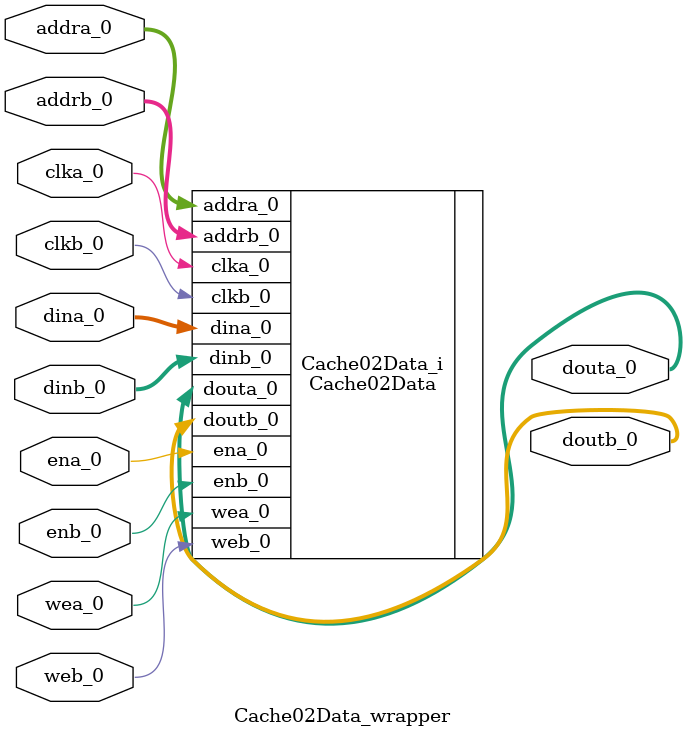
<source format=v>
`timescale 1 ps / 1 ps

module Cache02Data_wrapper
   (addra_0,
    addrb_0,
    clka_0,
    clkb_0,
    dina_0,
    dinb_0,
    douta_0,
    doutb_0,
    ena_0,
    enb_0,
    wea_0,
    web_0);
  input [4:0]addra_0;
  input [4:0]addrb_0;
  input clka_0;
  input clkb_0;
  input [69:0]dina_0;
  input [69:0]dinb_0;
  output [69:0]douta_0;
  output [69:0]doutb_0;
  input ena_0;
  input enb_0;
  input [0:0]wea_0;
  input [0:0]web_0;

  wire [4:0]addra_0;
  wire [4:0]addrb_0;
  wire clka_0;
  wire clkb_0;
  wire [69:0]dina_0;
  wire [69:0]dinb_0;
  wire [69:0]douta_0;
  wire [69:0]doutb_0;
  wire ena_0;
  wire enb_0;
  wire [0:0]wea_0;
  wire [0:0]web_0;

  Cache02Data Cache02Data_i
       (.addra_0(addra_0),
        .addrb_0(addrb_0),
        .clka_0(clka_0),
        .clkb_0(clkb_0),
        .dina_0(dina_0),
        .dinb_0(dinb_0),
        .douta_0(douta_0),
        .doutb_0(doutb_0),
        .ena_0(ena_0),
        .enb_0(enb_0),
        .wea_0(wea_0),
        .web_0(web_0));
endmodule

</source>
